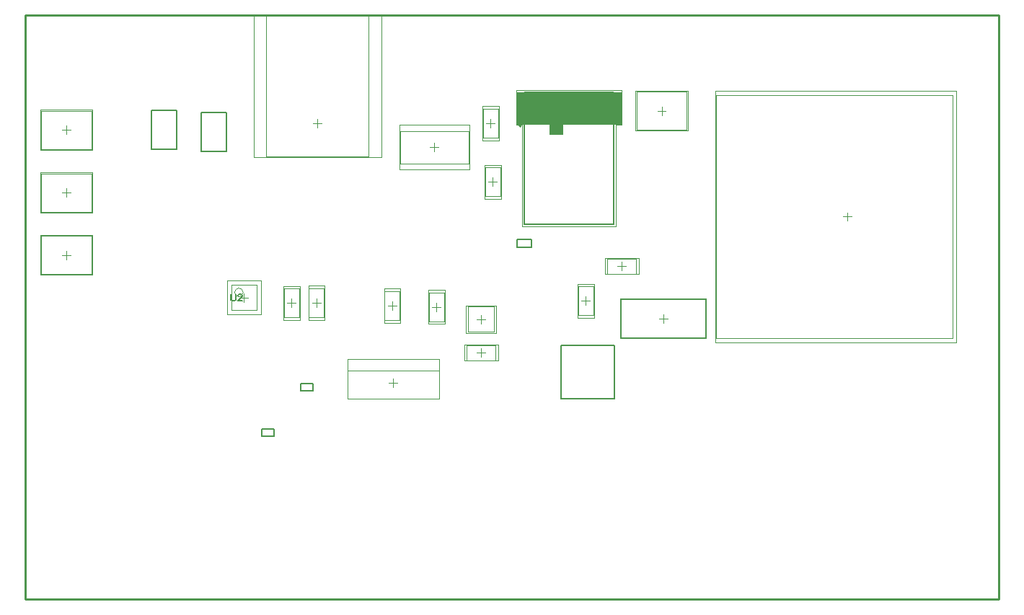
<source format=gko>
G04*
G04 #@! TF.GenerationSoftware,Altium Limited,Altium Designer,21.0.9 (235)*
G04*
G04 Layer_Color=16711935*
%FSLAX25Y25*%
%MOIN*%
G70*
G04*
G04 #@! TF.SameCoordinates,D1A995C4-E234-4582-B38A-79D50AB79B9C*
G04*
G04*
G04 #@! TF.FilePolarity,Positive*
G04*
G01*
G75*
%ADD11C,0.00787*%
%ADD13C,0.00500*%
%ADD14C,0.01000*%
%ADD15C,0.00630*%
%ADD16C,0.00394*%
%ADD17C,0.00197*%
G36*
X515646Y459543D02*
X488480D01*
Y454819D01*
X482181D01*
Y459543D01*
X466827D01*
Y474504D01*
X515646D01*
Y459543D01*
D02*
G37*
D11*
X487618Y332618D02*
Y357382D01*
X512382D01*
Y332618D02*
Y357382D01*
X487618Y332618D02*
X512382D01*
X349291Y318772D02*
X354803D01*
Y315228D02*
Y318772D01*
X349291Y315228D02*
X354803D01*
X349291D02*
Y318772D01*
X367244Y339772D02*
X372756D01*
Y336228D02*
Y339772D01*
X367244Y336228D02*
X372756D01*
X367244D02*
Y339772D01*
X467154Y402728D02*
Y406272D01*
Y402728D02*
X473846D01*
Y406272D01*
X467154D02*
X473846D01*
X321252Y446945D02*
X332748D01*
Y465055D01*
X321252D02*
X332748D01*
X321252Y446945D02*
Y465055D01*
X298252Y447945D02*
X309748D01*
Y466055D01*
X298252D02*
X309748D01*
X298252Y447945D02*
Y466055D01*
X468992Y458756D02*
G03*
X468992Y458756I-394J0D01*
G01*
D13*
X470567Y474504D02*
X511905D01*
Y413480D02*
Y474504D01*
X470567Y413480D02*
X511905D01*
X470567D02*
Y474504D01*
D14*
X240000Y510000D02*
X690000D01*
Y240000D02*
Y510000D01*
X240000Y240000D02*
X690000D01*
X240000D02*
Y510000D01*
D15*
X335000Y381074D02*
Y378450D01*
X335525Y377925D01*
X336574D01*
X337099Y378450D01*
Y381074D01*
X340248Y377925D02*
X338149D01*
X340248Y380024D01*
Y380549D01*
X339723Y381074D01*
X338673D01*
X338149Y380549D01*
D16*
X340606Y381862D02*
G03*
X340606Y381862I-1969J0D01*
G01*
X247386Y465858D02*
X270614D01*
X247386Y448142D02*
Y465858D01*
X270614Y448142D02*
Y465858D01*
X247386Y448142D02*
X270614D01*
X247386Y436858D02*
X270614D01*
X247386Y419142D02*
Y436858D01*
X270614Y419142D02*
Y436858D01*
X247386Y419142D02*
X270614D01*
X559130Y360596D02*
Y473195D01*
X668577Y360596D02*
Y473195D01*
X559130Y360596D02*
X668577D01*
X559130Y473195D02*
X668577D01*
X515323Y360976D02*
X554299D01*
X515323D02*
Y378693D01*
X554299Y360976D02*
Y378693D01*
X515323D02*
X554299D01*
X351299Y444783D02*
X398701D01*
Y509744D01*
X351299D02*
X398701D01*
X351299Y444783D02*
Y509744D01*
X444594Y363594D02*
Y375405D01*
X456405D01*
Y363594D02*
Y375405D01*
X444594Y363594D02*
X456405D01*
X444594Y375406D02*
X456406D01*
Y363594D02*
Y375406D01*
X444594Y363594D02*
X456406D01*
X444594D02*
Y375406D01*
X495457Y371307D02*
Y384693D01*
X502543Y371307D02*
Y384693D01*
X495457Y371307D02*
X502543D01*
X495457Y384693D02*
X502543D01*
X413252Y441520D02*
X444748D01*
X413252D02*
Y456480D01*
X444748D01*
Y441520D02*
Y456480D01*
X443992Y357543D02*
X457378D01*
X443992Y350457D02*
X457378D01*
X443992D02*
Y357543D01*
X457378Y350457D02*
Y357543D01*
X426457Y368492D02*
Y381878D01*
X433543Y368492D02*
Y381878D01*
X426457Y368492D02*
X433543D01*
X426457Y381878D02*
X433543D01*
X405957Y368992D02*
Y382378D01*
X413043Y368992D02*
Y382378D01*
X405957Y368992D02*
X413043D01*
X405957Y382378D02*
X413043D01*
X366543Y370260D02*
Y383646D01*
X359457Y370260D02*
Y383646D01*
X366543D01*
X359457Y370260D02*
X366543D01*
X378043Y370354D02*
Y383740D01*
X370957Y370354D02*
Y383740D01*
X378043D01*
X370957Y370354D02*
X378043D01*
X458543Y453354D02*
Y466740D01*
X451457Y453354D02*
Y466740D01*
X458543D01*
X451457Y453354D02*
X458543D01*
X508992Y390457D02*
X522378D01*
X508992Y397543D02*
X522378D01*
Y390457D02*
Y397543D01*
X508992Y390457D02*
Y397543D01*
X452457Y426307D02*
Y439693D01*
X459543Y426307D02*
Y439693D01*
X452457Y426307D02*
X459543D01*
X452457Y439693D02*
X459543D01*
X335094Y373594D02*
X346906D01*
X335094Y385406D02*
X346906D01*
Y373594D02*
Y385406D01*
X335094Y373594D02*
Y385406D01*
X388937Y345709D02*
X431063D01*
X388937Y332717D02*
X431063D01*
Y351220D01*
X388937Y332717D02*
Y351220D01*
X431063D01*
X247323Y390307D02*
X270551D01*
Y408024D01*
X247323Y390307D02*
Y408024D01*
X270551D01*
X522449Y474693D02*
X545677D01*
X522449Y456976D02*
Y474693D01*
X545677Y456976D02*
Y474693D01*
X522449Y456976D02*
X545677D01*
X259000Y455031D02*
Y458968D01*
X257031Y457000D02*
X260968D01*
X259000Y426031D02*
Y429968D01*
X257031Y428000D02*
X260968D01*
X617939Y416896D02*
X621876D01*
X619907Y414927D02*
Y418864D01*
X534811Y367866D02*
Y371803D01*
X532843Y369835D02*
X536780D01*
X375000Y458032D02*
Y461969D01*
X373031Y460000D02*
X376969D01*
X450500Y367532D02*
Y371469D01*
X448532Y369500D02*
X452469D01*
X497032Y378000D02*
X500969D01*
X499000Y376032D02*
Y379969D01*
X495260Y370126D02*
Y385874D01*
X502740Y370126D02*
Y385874D01*
X495260Y370126D02*
X502740D01*
X495260Y385874D02*
X502740D01*
X427032Y449000D02*
X430969D01*
X429000Y447032D02*
Y450969D01*
X450685Y352031D02*
Y355969D01*
X448717Y354000D02*
X452654D01*
X442811Y357740D02*
X458559D01*
X442811Y350260D02*
X458559D01*
X442811D02*
Y357740D01*
X458559Y350260D02*
Y357740D01*
X428032Y375185D02*
X431969D01*
X430000Y373217D02*
Y377154D01*
X426260Y367311D02*
Y383059D01*
X433740Y367311D02*
Y383059D01*
X426260Y367311D02*
X433740D01*
X426260Y383059D02*
X433740D01*
X407532Y375685D02*
X411469D01*
X409500Y373717D02*
Y377654D01*
X405760Y367811D02*
Y383559D01*
X413240Y367811D02*
Y383559D01*
X405760Y367811D02*
X413240D01*
X405760Y383559D02*
X413240D01*
X361032Y376953D02*
X364969D01*
X363000Y374984D02*
Y378921D01*
X366740Y369079D02*
Y384827D01*
X359260Y369079D02*
Y384827D01*
X366740D01*
X359260Y369079D02*
X366740D01*
X372532Y377047D02*
X376469D01*
X374500Y375079D02*
Y379016D01*
X378240Y369173D02*
Y384921D01*
X370760Y369173D02*
Y384921D01*
X378240D01*
X370760Y369173D02*
X378240D01*
X453032Y460047D02*
X456969D01*
X455000Y458079D02*
Y462016D01*
X458740Y452173D02*
Y467921D01*
X451260Y452173D02*
Y467921D01*
X458740D01*
X451260Y452173D02*
X458740D01*
X515685Y392032D02*
Y395969D01*
X513717Y394000D02*
X517654D01*
X507811Y390260D02*
X523559D01*
X507811Y397740D02*
X523559D01*
Y390260D02*
Y397740D01*
X507811Y390260D02*
Y397740D01*
X454032Y433000D02*
X457969D01*
X456000Y431032D02*
Y434969D01*
X452260Y425126D02*
Y440874D01*
X459740Y425126D02*
Y440874D01*
X452260Y425126D02*
X459740D01*
X452260Y440874D02*
X459740D01*
X341000Y377532D02*
Y381469D01*
X339032Y379500D02*
X342969D01*
X408031Y340000D02*
X411969D01*
X410000Y338031D02*
Y341968D01*
X256968Y399165D02*
X260905D01*
X258937Y397197D02*
Y401134D01*
X532094Y465835D02*
X536031D01*
X534063Y463866D02*
Y467803D01*
D17*
X246992Y466252D02*
X271008D01*
X246992Y447748D02*
Y466252D01*
X271008Y447748D02*
Y466252D01*
X246992Y447748D02*
X271008D01*
X246992Y437252D02*
X271008D01*
X246992Y418748D02*
Y437252D01*
X271008Y418748D02*
Y437252D01*
X246992Y418748D02*
X271008D01*
X558734Y358777D02*
Y474915D01*
Y358777D02*
X670153D01*
Y474915D01*
X558734D02*
X670153D01*
X514929Y360583D02*
X554693D01*
X514929D02*
Y379087D01*
X554693Y360583D02*
Y379087D01*
X514929D02*
X554693D01*
X345394Y444390D02*
Y510138D01*
X404606D01*
Y444390D02*
Y510138D01*
X345394Y444390D02*
X404606D01*
X443610Y375799D02*
X457390D01*
Y363201D02*
Y375799D01*
X443610Y363201D02*
X457390D01*
X443610D02*
Y375799D01*
X412858Y438567D02*
X445142D01*
X412858D02*
Y459433D01*
X445142D01*
Y438567D02*
Y459433D01*
X466827Y459543D02*
X469583D01*
X466827D02*
Y475488D01*
X515646D01*
Y459543D02*
Y475488D01*
X512890Y459543D02*
X515646D01*
X512890Y412496D02*
Y459543D01*
X469583Y412496D02*
X512890D01*
X469583D02*
Y459543D01*
X333126Y371626D02*
X348874D01*
X333126Y387374D02*
X348874D01*
Y371626D02*
Y387374D01*
X333126Y371626D02*
Y387374D01*
X246929Y389913D02*
X270945D01*
Y408417D01*
X246929Y389913D02*
Y408417D01*
X270945D01*
X522055Y475087D02*
X546071D01*
X522055Y456583D02*
Y475087D01*
X546071Y456583D02*
Y475087D01*
X522055Y456583D02*
X546071D01*
M02*

</source>
